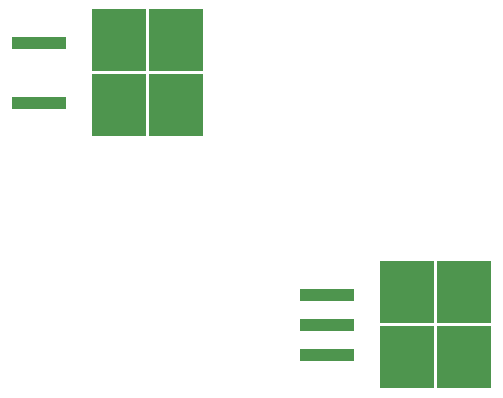
<source format=gbr>
%TF.GenerationSoftware,KiCad,Pcbnew,(6.0.1)*%
%TF.CreationDate,2022-01-30T09:16:28+01:00*%
%TF.ProjectId,board_shakercontrol,626f6172-645f-4736-9861-6b6572636f6e,rev?*%
%TF.SameCoordinates,Original*%
%TF.FileFunction,Paste,Top*%
%TF.FilePolarity,Positive*%
%FSLAX46Y46*%
G04 Gerber Fmt 4.6, Leading zero omitted, Abs format (unit mm)*
G04 Created by KiCad (PCBNEW (6.0.1)) date 2022-01-30 09:16:28*
%MOMM*%
%LPD*%
G01*
G04 APERTURE LIST*
%ADD10R,4.550000X5.250000*%
%ADD11R,4.600000X1.100000*%
G04 APERTURE END LIST*
D10*
%TO.C,Q1*%
X117536000Y-54375000D03*
X117536000Y-59925000D03*
X122386000Y-59925000D03*
X122386000Y-54375000D03*
D11*
X110811000Y-54610000D03*
X110811000Y-59690000D03*
%TD*%
D10*
%TO.C,U1*%
X146770000Y-75711000D03*
X141920000Y-81261000D03*
X141920000Y-75711000D03*
X146770000Y-81261000D03*
D11*
X135195000Y-75946000D03*
X135195000Y-78486000D03*
X135195000Y-81026000D03*
%TD*%
M02*

</source>
